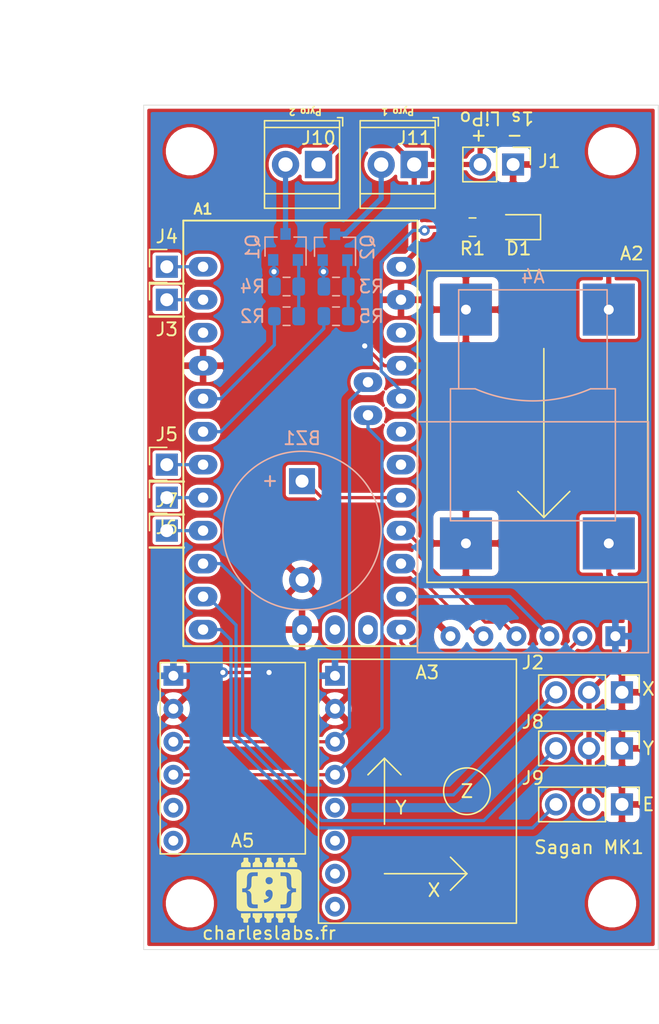
<source format=kicad_pcb>
(kicad_pcb (version 20171130) (host pcbnew 5.1.5-52549c5~84~ubuntu19.04.1)
  (layers (0 F.Cu signal) (31 B.Cu signal) (34 B.Paste user hide) (35 F.Paste user hide) (36 B.SilkS user) (37 F.SilkS user) (38 B.Mask user hide) (39 F.Mask user hide) (44 Edge.Cuts user))
  (net 0 "")
  (net 1 GND)
  (net 2 /I2C_SCL)
  (net 3 /I2C_SDA)
  (net 4 +BATT)
  (net 5 +3V3)
  (net 6 /SPI_CLK)
  (net 7 /SPI_MISO)
  (net 8 /SPI_MOSI)
  (net 9 /SD_CS)
  (net 10 /ServoX)
  (net 11 /ServoY)
  (net 12 +5P)
  (net 13 "Net-(Q1-Pad1)")
  (net 14 "Net-(A1-Pad1)")
  (net 15 "Net-(A1-Pad2)")
  (net 16 "Net-(A1-Pad3)")
  (net 17 "Net-(A1-Pad7)")
  (net 18 "Net-(A1-Pad8)")
  (net 19 /ServoE)
  (net 20 /PYRO1)
  (net 21 "Net-(A1-Pad18)")
  (net 22 "Net-(A1-Pad19)")
  (net 23 "Net-(A1-Pad22)")
  (net 24 "Net-(A1-Pad27)")
  (net 25 "Net-(A1-Pad28)")
  (net 26 "Net-(A5-Pad6)")
  (net 27 "Net-(A5-Pad5)")
  (net 28 /Buzzer)
  (net 29 "Net-(D1-Pad2)")
  (net 30 /LED)
  (net 31 /PYRO2)
  (net 32 "Net-(Q2-Pad1)")
  (net 33 "Net-(A3-Pad8)")
  (net 34 "Net-(A3-Pad7)")
  (net 35 "Net-(A3-Pad6)")
  (net 36 "Net-(A3-Pad5)")
  (net 37 "Net-(J10-Pad2)")
  (net 38 "Net-(J11-Pad2)")
  (net 39 "Net-(A1-Pad9)")
  (module Charleslabs_Parts:Arduino_Pro_Mini_China (layer F.Cu) (at 129.032 49.022)
    (fp_text reference A1 (at 0 -4.445 180) (layer F.SilkS) (effects (font (size 0.8 0.8) (thickness 0.16))))
    (fp_text value Arduino_Pro_Mini hide)
    (pad 1 thru_hole oval (at 0 0 270) (size 1.50114 2.19964) (drill 0.8001) (layers *.Cu *.Mask) (net 14 "Net-(A1-Pad1)"))
    (pad 2 thru_hole oval (at 0 2.54 270) (size 1.50114 2.19964) (drill 0.8001) (layers *.Cu *.Mask) (net 15 "Net-(A1-Pad2)"))
    (pad 3 thru_hole oval (at 0 5.08 270) (size 1.50114 2.19964) (drill 0.8001) (layers *.Cu *.Mask) (net 16 "Net-(A1-Pad3)"))
    (pad 4 thru_hole oval (at 0 7.62 270) (size 1.50114 2.19964) (drill 0.8001) (layers *.Cu *.Mask) (net 1 GND))
    (pad 5 thru_hole oval (at 0 10.16 270) (size 1.50114 2.19964) (drill 0.8001) (layers *.Cu *.Mask) (net 31 /PYRO2))
    (pad 6 thru_hole oval (at 0 12.7 270) (size 1.50114 2.19964) (drill 0.8001) (layers *.Cu *.Mask) (net 20 /PYRO1))
    (pad 7 thru_hole oval (at 0 15.24 270) (size 1.50114 2.19964) (drill 0.8001) (layers *.Cu *.Mask) (net 17 "Net-(A1-Pad7)"))
    (pad 8 thru_hole oval (at 0 17.78 270) (size 1.50114 2.19964) (drill 0.8001) (layers *.Cu *.Mask) (net 18 "Net-(A1-Pad8)"))
    (pad 9 thru_hole oval (at 0 20.32 270) (size 1.50114 2.19964) (drill 0.8001) (layers *.Cu *.Mask) (net 39 "Net-(A1-Pad9)"))
    (pad 10 thru_hole oval (at 0 22.86 270) (size 1.50114 2.19964) (drill 0.8001) (layers *.Cu *.Mask) (net 10 /ServoX))
    (pad 11 thru_hole oval (at 0 25.4 270) (size 1.50114 2.19964) (drill 0.8001) (layers *.Cu *.Mask) (net 11 /ServoY))
    (pad 12 thru_hole oval (at 0 27.94 270) (size 1.50114 2.19964) (drill 0.8001) (layers *.Cu *.Mask) (net 19 /ServoE))
    (pad 13 thru_hole oval (at 15.24 27.94 270) (size 1.50114 2.19964) (drill 0.8001) (layers *.Cu *.Mask) (net 9 /SD_CS))
    (pad 14 thru_hole oval (at 15.24 25.4 270) (size 1.50114 2.19964) (drill 0.8001) (layers *.Cu *.Mask) (net 8 /SPI_MOSI))
    (pad 15 thru_hole oval (at 15.24 22.86 270) (size 1.50114 2.19964) (drill 0.8001) (layers *.Cu *.Mask) (net 7 /SPI_MISO))
    (pad 16 thru_hole oval (at 15.24 20.32 270) (size 1.50114 2.19964) (drill 0.8001) (layers *.Cu *.Mask) (net 6 /SPI_CLK))
    (pad 17 thru_hole oval (at 15.24 17.78 270) (size 1.50114 2.19964) (drill 0.8001) (layers *.Cu *.Mask) (net 28 /Buzzer))
    (pad 18 thru_hole oval (at 15.24 15.24 270) (size 1.50114 2.19964) (drill 0.8001) (layers *.Cu *.Mask) (net 21 "Net-(A1-Pad18)"))
    (pad 19 thru_hole oval (at 15.24 12.7 270) (size 1.50114 2.19964) (drill 0.8001) (layers *.Cu *.Mask) (net 22 "Net-(A1-Pad19)"))
    (pad 20 thru_hole oval (at 15.24 10.16 270) (size 1.50114 2.19964) (drill 0.8001) (layers *.Cu *.Mask) (net 30 /LED))
    (pad 21 thru_hole oval (at 15.24 7.62 270) (size 1.50114 2.19964) (drill 0.8001) (layers *.Cu *.Mask) (net 5 +3V3))
    (pad 22 thru_hole oval (at 15.24 5.08 270) (size 1.50114 2.19964) (drill 0.8001) (layers *.Cu *.Mask) (net 23 "Net-(A1-Pad22)"))
    (pad 23 thru_hole oval (at 15.24 2.54 270) (size 1.50114 2.19964) (drill 0.8001) (layers *.Cu *.Mask) (net 1 GND))
    (pad 24 thru_hole oval (at 15.24 0 270) (size 1.50114 2.19964) (drill 0.8001) (layers *.Cu *.Mask) (net 4 +BATT))
    (pad 25 thru_hole oval (at 12.7 11.43 270) (size 1.50114 2.19964) (drill 0.8001) (layers *.Cu *.Mask) (net 3 /I2C_SDA))
    (pad 26 thru_hole oval (at 12.7 8.89 270) (size 1.50114 2.19964) (drill 0.8001) (layers *.Cu *.Mask) (net 2 /I2C_SCL))
    (pad 27 thru_hole oval (at 12.7 27.94 270) (size 2.19964 1.50114) (drill 0.8001) (layers *.Cu *.Mask) (net 24 "Net-(A1-Pad27)"))
    (pad 28 thru_hole oval (at 10.16 27.94 270) (size 2.19964 1.50114) (drill 0.8001) (layers *.Cu *.Mask) (net 25 "Net-(A1-Pad28)"))
    (pad 29 thru_hole oval (at 7.62 27.94 270) (size 2.19964 1.50114) (drill 0.8001) (layers *.Cu *.Mask) (net 1 GND))
  )
  (module Charleslabs_Parts:Charleslabs_Logo_5mm (layer F.Cu) (at 134.112 97.028)
    (fp_text reference LOGO1 hide)
    (fp_text value Logo_Open_Hardware_Large hide)
  )
  (module Connector_PinHeader_2.54mm:PinHeader_1x01_P2.54mm_Vertical (layer F.Cu) (at 126.238 69.342)
    (fp_text reference J7 (at 0 -2.33) (layer F.SilkS))
    (fp_text value Extra_Pin)
    (pad 1 thru_hole rect (at 0 0) (size 1.7 1.7) (drill 1) (layers *.Cu *.Mask) (net 39 "Net-(A1-Pad9)"))
  )
  (module Resistor_SMD:R_0805_2012Metric (layer B.Cu) (at 139.2705 50.546)
    (fp_text reference R5 (at 2.7155 2.286) (layer B.SilkS) (effects (justify mirror)))
    (fp_text value 10k)
    (pad 2 smd roundrect (at 0.9375 0) (size 0.975 1.4) (layers B.Cu B.Paste B.Mask) (net 32 "Net-(Q2-Pad1)"))
    (pad 1 smd roundrect (at -0.9375 0) (size 0.975 1.4) (layers B.Cu B.Paste B.Mask) (net 1 GND))
  )
  (module Resistor_SMD:R_0805_2012Metric (layer B.Cu) (at 139.2705 52.832 180)
    (fp_text reference R3 (at -2.7155 2.286) (layer B.SilkS) (effects (justify mirror)))
    (fp_text value 100)
    (pad 2 smd roundrect (at 0.9375 0 180) (size 0.975 1.4) (layers B.Cu B.Paste B.Mask) (net 20 /PYRO1))
    (pad 1 smd roundrect (at -0.9375 0 180) (size 0.975 1.4) (layers B.Cu B.Paste B.Mask) (net 32 "Net-(Q2-Pad1)"))
  )
  (module Package_TO_SOT_SMD:SOT-23 (layer B.Cu) (at 139.192 47.514 90)
    (fp_text reference Q2 (at 0 2.5 270) (layer B.SilkS) (effects (justify mirror)))
    (fp_text value Q_NMOS_GSD)
    (pad 3 smd rect (at 1 0 90) (size 0.9 0.8) (layers B.Cu B.Paste B.Mask) (net 38 "Net-(J11-Pad2)"))
    (pad 2 smd rect (at -1 -0.95 90) (size 0.9 0.8) (layers B.Cu B.Paste B.Mask) (net 1 GND))
    (pad 1 smd rect (at -1 0.95 90) (size 0.9 0.8) (layers B.Cu B.Paste B.Mask) (net 32 "Net-(Q2-Pad1)"))
  )
  (module TerminalBlock_TE-Connectivity:TerminalBlock_TE_282834-2_1x02_P2.54mm_Horizontal (layer F.Cu) (at 145.288 41.148 180)
    (fp_text reference J11 (at 0 2.032) (layer F.SilkS))
    (fp_text value PYRO1)
    (pad 2 thru_hole circle (at 2.54 0 180) (size 2.1 2.1) (drill 1.1) (layers *.Cu *.Mask) (net 38 "Net-(J11-Pad2)"))
    (pad 1 thru_hole rect (at 0 0 180) (size 2.1 2.1) (drill 1.1) (layers *.Cu *.Mask) (net 4 +BATT))
  )
  (module Charleslabs_Parts:SD_Card_Module (layer B.Cu) (at 160.782 77.47 90)
    (fp_text reference A4 (at 27.686 -6.35) (layer B.SilkS) (effects (justify mirror)))
    (fp_text value SD_Card_Module)
    (pad 6 thru_hole circle (at 0 -12.7 90) (size 1.524 1.524) (drill 0.762) (layers *.Cu *.Mask) (net 1 GND))
    (pad 5 thru_hole circle (at 0 -10.16 90) (size 1.524 1.524) (drill 0.762) (layers *.Cu *.Mask) (net 7 /SPI_MISO))
    (pad 4 thru_hole circle (at 0 -7.62 90) (size 1.524 1.524) (drill 0.762) (layers *.Cu *.Mask) (net 6 /SPI_CLK))
    (pad 3 thru_hole circle (at 0 -5.08 90) (size 1.524 1.524) (drill 0.762) (layers *.Cu *.Mask) (net 8 /SPI_MOSI))
    (pad 2 thru_hole circle (at 0 -2.54 90) (size 1.524 1.524) (drill 0.762) (layers *.Cu *.Mask) (net 9 /SD_CS))
    (pad 1 thru_hole rect (at 0 0 90) (size 1.524 1.524) (drill 0.762) (layers *.Cu *.Mask) (net 5 +3V3))
  )
  (module Connector_PinHeader_2.54mm:PinHeader_1x01_P2.54mm_Vertical (layer F.Cu) (at 126.238 66.802)
    (fp_text reference J6 (at 0 2.286) (layer F.SilkS))
    (fp_text value Extra_Pin)
    (pad 1 thru_hole rect (at 0 0) (size 1.7 1.7) (drill 1) (layers *.Cu *.Mask) (net 18 "Net-(A1-Pad8)"))
  )
  (module Connector_PinHeader_2.54mm:PinHeader_1x01_P2.54mm_Vertical (layer F.Cu) (at 126.238 64.262)
    (fp_text reference J5 (at 0 -2.33) (layer F.SilkS))
    (fp_text value Extra_Pin)
    (pad 1 thru_hole rect (at 0 0) (size 1.7 1.7) (drill 1) (layers *.Cu *.Mask) (net 17 "Net-(A1-Pad7)"))
  )
  (module Connector_PinHeader_2.54mm:PinHeader_1x01_P2.54mm_Vertical (layer F.Cu) (at 126.238 49.022)
    (fp_text reference J4 (at 0 -2.33) (layer F.SilkS))
    (fp_text value Extra_Pin)
    (pad 1 thru_hole rect (at 0 0) (size 1.7 1.7) (drill 1) (layers *.Cu *.Mask) (net 14 "Net-(A1-Pad1)"))
  )
  (module Connector_PinHeader_2.54mm:PinHeader_1x01_P2.54mm_Vertical (layer F.Cu) (at 126.238 51.562)
    (fp_text reference J3 (at 0 2.286) (layer F.SilkS))
    (fp_text value Extra_Pin)
    (pad 1 thru_hole rect (at 0 0) (size 1.7 1.7) (drill 1) (layers *.Cu *.Mask) (net 15 "Net-(A1-Pad2)"))
  )
  (module Resistor_SMD:R_0805_2012Metric (layer F.Cu) (at 149.7815 45.974 180)
    (fp_text reference R1 (at 0 -1.65) (layer F.SilkS))
    (fp_text value 10k)
    (pad 2 smd roundrect (at 0.9375 0 180) (size 0.975 1.4) (layers F.Cu F.Paste F.Mask) (net 30 /LED))
    (pad 1 smd roundrect (at -0.9375 0 180) (size 0.975 1.4) (layers F.Cu F.Paste F.Mask) (net 29 "Net-(D1-Pad2)"))
  )
  (module MountingHole:MountingHole_3.2mm_M3 (layer F.Cu) (at 160.528 98.044 270)
    (fp_text reference H4)
    (fp_text value MountingHole)
    (pad 1 np_thru_hole circle (at 0 0 270) (size 3.2 3.2) (drill 3.2) (layers *.Cu *.Mask))
  )
  (module MountingHole:MountingHole_3.2mm_M3 (layer F.Cu) (at 160.528 40.132 270)
    (fp_text reference H3)
    (fp_text value MountingHole)
    (pad 1 np_thru_hole circle (at 0 0 270) (size 3.2 3.2) (drill 3.2) (layers *.Cu *.Mask))
  )
  (module MountingHole:MountingHole_3.2mm_M3 (layer F.Cu) (at 128.016 98.044 270)
    (fp_text reference H2)
    (fp_text value MountingHole)
    (pad 1 np_thru_hole circle (at 0 0 270) (size 3.2 3.2) (drill 3.2) (layers *.Cu *.Mask))
  )
  (module MountingHole:MountingHole_3.2mm_M3 (layer F.Cu) (at 128.016 40.132 270)
    (fp_text reference H1)
    (fp_text value MountingHole)
    (pad 1 np_thru_hole circle (at 0 0 270) (size 3.2 3.2) (drill 3.2) (layers *.Cu *.Mask))
  )
  (module LED_SMD:LED_0805_2012Metric (layer F.Cu) (at 153.3375 45.974 180)
    (fp_text reference D1 (at 0 -1.65) (layer F.SilkS))
    (fp_text value LED)
    (pad 2 smd roundrect (at 0.9375 0 180) (size 0.975 1.4) (layers F.Cu F.Paste F.Mask) (net 29 "Net-(D1-Pad2)"))
    (pad 1 smd roundrect (at -0.9375 0 180) (size 0.975 1.4) (layers F.Cu F.Paste F.Mask) (net 1 GND))
  )
  (module Buzzer_Beeper:Buzzer_12x9.5RM7.6 (layer B.Cu) (at 136.652 65.532 270)
    (fp_text reference BZ1 (at -3.302 0) (layer B.SilkS) (effects (justify mirror)))
    (fp_text value Buzzer)
    (fp_text user + (at -0.01 2.54 270) (layer B.SilkS) (effects (justify mirror)))
    (pad 2 thru_hole circle (at 7.6 0 270) (size 2 2) (drill 1) (layers *.Cu *.Mask) (net 1 GND))
    (pad 1 thru_hole rect (at 0 0 270) (size 2 2) (drill 1) (layers *.Cu *.Mask) (net 28 /Buzzer))
  )
  (module Resistor_SMD:R_0805_2012Metric (layer B.Cu) (at 135.4605 50.546)
    (fp_text reference R4 (at -2.6185 0 180) (layer B.SilkS) (effects (justify mirror)))
    (fp_text value 10k)
    (pad 2 smd roundrect (at 0.9375 0) (size 0.975 1.4) (layers B.Cu B.Paste B.Mask) (net 13 "Net-(Q1-Pad1)"))
    (pad 1 smd roundrect (at -0.9375 0) (size 0.975 1.4) (layers B.Cu B.Paste B.Mask) (net 1 GND))
  )
  (module Resistor_SMD:R_0805_2012Metric (layer B.Cu) (at 135.4605 52.832 180)
    (fp_text reference R2 (at 2.6185 0 180) (layer B.SilkS) (effects (justify mirror)))
    (fp_text value 100)
    (pad 2 smd roundrect (at 0.9375 0 180) (size 0.975 1.4) (layers B.Cu B.Paste B.Mask) (net 31 /PYRO2))
    (pad 1 smd roundrect (at -0.9375 0 180) (size 0.975 1.4) (layers B.Cu B.Paste B.Mask) (net 13 "Net-(Q1-Pad1)"))
  )
  (module Package_TO_SOT_SMD:SOT-23 (layer B.Cu) (at 135.382 47.498 90)
    (fp_text reference Q1 (at 0 -2.54 270) (layer B.SilkS) (effects (justify mirror)))
    (fp_text value Q_NMOS_GSD)
    (pad 3 smd rect (at 1 0 90) (size 0.9 0.8) (layers B.Cu B.Paste B.Mask) (net 37 "Net-(J10-Pad2)"))
    (pad 2 smd rect (at -1 -0.95 90) (size 0.9 0.8) (layers B.Cu B.Paste B.Mask) (net 1 GND))
    (pad 1 smd rect (at -1 0.95 90) (size 0.9 0.8) (layers B.Cu B.Paste B.Mask) (net 13 "Net-(Q1-Pad1)"))
  )
  (module Connector_PinHeader_2.54mm:PinHeader_1x02_P2.54mm_Vertical (layer F.Cu) (at 152.908 41.148 270)
    (fp_text reference J1 (at -0.254 -2.794) (layer F.SilkS))
    (fp_text value BATT)
    (pad 2 thru_hole oval (at 0 2.54 270) (size 1.7 1.7) (drill 1) (layers *.Cu *.Mask) (net 4 +BATT))
    (pad 1 thru_hole rect (at 0 0 270) (size 1.7 1.7) (drill 1) (layers *.Cu *.Mask) (net 1 GND))
  )
  (module TerminalBlock_TE-Connectivity:TerminalBlock_TE_282834-2_1x02_P2.54mm_Horizontal (layer F.Cu) (at 137.922 41.148 180)
    (fp_text reference J10 (at 0 2.032) (layer F.SilkS))
    (fp_text value PYRO2)
    (pad 2 thru_hole circle (at 2.54 0 180) (size 2.1 2.1) (drill 1.1) (layers *.Cu *.Mask) (net 37 "Net-(J10-Pad2)"))
    (pad 1 thru_hole rect (at 0 0 180) (size 2.1 2.1) (drill 1.1) (layers *.Cu *.Mask) (net 4 +BATT))
  )
  (module Connector_PinHeader_2.54mm:PinHeader_1x03_P2.54mm_Vertical (layer F.Cu) (at 161.29 90.424 270)
    (fp_text reference J9 (at -2.032 6.858 180) (layer F.SilkS))
    (fp_text value ServoE)
    (pad 3 thru_hole oval (at 0 5.08 270) (size 1.7 1.7) (drill 1) (layers *.Cu *.Mask) (net 19 /ServoE))
    (pad 2 thru_hole oval (at 0 2.54 270) (size 1.7 1.7) (drill 1) (layers *.Cu *.Mask) (net 12 +5P))
    (pad 1 thru_hole rect (at 0 0 270) (size 1.7 1.7) (drill 1) (layers *.Cu *.Mask) (net 1 GND))
  )
  (module Connector_PinHeader_2.54mm:PinHeader_1x03_P2.54mm_Vertical (layer F.Cu) (at 161.29 86.106 270)
    (fp_text reference J8 (at -2.032 6.858) (layer F.SilkS))
    (fp_text value ServoY)
    (pad 3 thru_hole oval (at 0 5.08 270) (size 1.7 1.7) (drill 1) (layers *.Cu *.Mask) (net 11 /ServoY))
    (pad 2 thru_hole oval (at 0 2.54 270) (size 1.7 1.7) (drill 1) (layers *.Cu *.Mask) (net 12 +5P))
    (pad 1 thru_hole rect (at 0 0 270) (size 1.7 1.7) (drill 1) (layers *.Cu *.Mask) (net 1 GND))
  )
  (module Connector_PinHeader_2.54mm:PinHeader_1x03_P2.54mm_Vertical (layer F.Cu) (at 161.29 81.788 270)
    (fp_text reference J2 (at -2.286 6.858 180) (layer F.SilkS))
    (fp_text value ServoX)
    (pad 3 thru_hole oval (at 0 5.08 270) (size 1.7 1.7) (drill 1) (layers *.Cu *.Mask) (net 10 /ServoX))
    (pad 2 thru_hole oval (at 0 2.54 270) (size 1.7 1.7) (drill 1) (layers *.Cu *.Mask) (net 12 +5P))
    (pad 1 thru_hole rect (at 0 0 270) (size 1.7 1.7) (drill 1) (layers *.Cu *.Mask) (net 1 GND))
  )
  (module Charleslabs_Parts:BMP280_Module (layer F.Cu) (at 126.746 80.518)
    (fp_text reference A5 (at 5.334 12.7) (layer F.SilkS))
    (fp_text value BMP280_Module)
    (pad 6 thru_hole circle (at 0 12.7) (size 1.524 1.524) (drill 0.762) (layers *.Cu *.Mask) (net 26 "Net-(A5-Pad6)"))
    (pad 5 thru_hole circle (at 0 10.16) (size 1.524 1.524) (drill 0.762) (layers *.Cu *.Mask) (net 27 "Net-(A5-Pad5)"))
    (pad 4 thru_hole circle (at 0 7.62) (size 1.524 1.524) (drill 0.762) (layers *.Cu *.Mask) (net 3 /I2C_SDA))
    (pad 3 thru_hole circle (at 0 5.08) (size 1.524 1.524) (drill 0.762) (layers *.Cu *.Mask) (net 2 /I2C_SCL))
    (pad 2 thru_hole circle (at 0 2.54) (size 1.524 1.524) (drill 0.762) (layers *.Cu *.Mask) (net 1 GND))
    (pad 1 thru_hole rect (at 0 0) (size 1.524 1.524) (drill 0.762) (layers *.Cu *.Mask) (net 5 +3V3))
  )
  (module Charleslabs_Parts:MPU6050_Module (layer F.Cu) (at 139.192 80.518)
    (fp_text reference A3 (at 7.112 -0.254) (layer F.SilkS))
    (fp_text value MPU6050_Module)
    (fp_text user Z (at 10.16 8.89) (layer F.SilkS))
    (fp_text user Y (at 5.08 10.16) (layer F.SilkS))
    (fp_text user X (at 7.62 16.51) (layer F.SilkS))
    (pad 8 thru_hole circle (at 0 17.78) (size 1.524 1.524) (drill 0.762) (layers *.Cu *.Mask) (net 33 "Net-(A3-Pad8)"))
    (pad 7 thru_hole circle (at 0 15.24) (size 1.524 1.524) (drill 0.762) (layers *.Cu *.Mask) (net 34 "Net-(A3-Pad7)"))
    (pad 6 thru_hole circle (at 0 12.7) (size 1.524 1.524) (drill 0.762) (layers *.Cu *.Mask) (net 35 "Net-(A3-Pad6)"))
    (pad 5 thru_hole circle (at 0 10.16) (size 1.524 1.524) (drill 0.762) (layers *.Cu *.Mask) (net 36 "Net-(A3-Pad5)"))
    (pad 4 thru_hole circle (at 0 7.62) (size 1.524 1.524) (drill 0.762) (layers *.Cu *.Mask) (net 3 /I2C_SDA))
    (pad 3 thru_hole circle (at 0 5.08) (size 1.524 1.524) (drill 0.762) (layers *.Cu *.Mask) (net 2 /I2C_SCL))
    (pad 2 thru_hole circle (at 0 2.54) (size 1.524 1.524) (drill 0.762) (layers *.Cu *.Mask) (net 1 GND))
    (pad 1 thru_hole rect (at 0 0) (size 1.524 1.524) (drill 0.762) (layers *.Cu *.Mask) (net 5 +3V3))
  )
  (module Charleslabs_Parts:SX1308_Boost_Module (layer F.Cu) (at 160.226 52.372 270)
    (fp_text reference A2 (at -4.366 -1.826 180) (layer F.SilkS))
    (fp_text value SX1308_Boost_Module)
    (pad 4 thru_hole rect (at 17.952 10.952 270) (size 4 4) (drill 0.762) (layers *.Cu *.Mask) (net 1 GND))
    (pad 3 thru_hole rect (at 17.952 -0.048 270) (size 4 4) (drill 0.762) (layers *.Cu *.Mask) (net 12 +5P))
    (pad 2 thru_hole rect (at -0.048 10.952 270) (size 4 4) (drill 0.762) (layers *.Cu *.Mask) (net 1 GND))
    (pad 1 thru_hole rect (at -0.048 -0.048 270) (size 4 4) (drill 0.762) (layers *.Cu *.Mask) (net 4 +BATT))
  )
  (gr_text "Pyro 2" (at 136.906 37.084 180) (layer F.SilkS) (effects (font (size 0.5 0.5) (thickness 0.125))))
  (gr_text "Pyro 1" (at 144.018 37.084 180) (layer F.SilkS) (effects (font (size 0.5 0.5) (thickness 0.125))))
  (gr_text "1s LiPo" (at 151.638 37.592 180) (layer F.SilkS) (effects (font (size 1 1))))
  (gr_text "+  -" (at 151.638 38.862) (layer F.SilkS) (effects (font (size 1 1))))
  (gr_text E (at 163.322 90.424) (layer F.SilkS) (effects (font (size 1 1))))
  (gr_text Y (at 163.322 86.106) (layer F.SilkS) (effects (font (size 1 1))))
  (gr_text X (at 163.322 81.534) (layer F.SilkS) (effects (font (size 1 1))))
  (gr_text "Sagan MK1" (at 158.75 93.726) (layer F.SilkS) (effects (font (size 1 1))))
  (gr_text charleslabs.fr (at 134.112 100.33) (layer F.SilkS) (effects (font (size 1 1))))
  (gr_line (start 164.084 101.6) (end 164.084 36.576) (layer Edge.Cuts) (width 0.05))
  (gr_line (start 124.46 101.6) (end 164.084 101.6) (layer Edge.Cuts) (width 0.05))
  (gr_line (start 124.46 36.576) (end 124.46 101.6) (layer Edge.Cuts) (width 0.05))
  (gr_line (start 164.084 36.576) (end 124.46 36.576) (layer Edge.Cuts) (width 0.05))
  (via (at 138.303 49.403) (size 0.8) (drill 0.4) (layers F.Cu B.Cu) (net 1))
  (via (at 134.493 49.403) (size 0.8) (drill 0.4) (layers F.Cu B.Cu) (net 1))
  (segment (start 138.242 49.342) (end 138.303 49.403) (width 0.25) (layer B.Cu) (net 1))
  (segment (start 138.242 48.514) (end 138.242 49.342) (width 0.25) (layer B.Cu) (net 1))
  (segment (start 138.303 50.516) (end 138.333 50.546) (width 0.25) (layer B.Cu) (net 1))
  (segment (start 138.303 49.403) (end 138.303 50.516) (width 0.25) (layer B.Cu) (net 1))
  (segment (start 134.493 50.516) (end 134.523 50.546) (width 0.25) (layer B.Cu) (net 1))
  (segment (start 134.493 49.403) (end 134.493 50.516) (width 0.25) (layer B.Cu) (net 1))
  (segment (start 134.493 48.559) (end 134.432 48.498) (width 0.25) (layer B.Cu) (net 1))
  (segment (start 134.493 49.403) (end 134.493 48.559) (width 0.25) (layer B.Cu) (net 1))
  (segment (start 126.746 85.598) (end 139.192 85.598) (width 0.25) (layer F.Cu) (net 2))
  (segment (start 140.30717 84.48283) (end 140.30717 59.33683) (width 0.25) (layer B.Cu) (net 2))
  (segment (start 139.192 85.598) (end 140.30717 84.48283) (width 0.25) (layer B.Cu) (net 2))
  (segment (start 140.30717 59.33683) (end 141.732 57.912) (width 0.25) (layer B.Cu) (net 2))
  (segment (start 139.192 88.138) (end 126.746 88.138) (width 0.25) (layer F.Cu) (net 3))
  (segment (start 139.953999 87.376001) (end 139.192 88.138) (width 0.25) (layer B.Cu) (net 3))
  (segment (start 142.80758 84.52242) (end 139.953999 87.376001) (width 0.25) (layer B.Cu) (net 3))
  (segment (start 142.80758 62.52815) (end 142.80758 84.52242) (width 0.25) (layer B.Cu) (net 3))
  (segment (start 141.732 61.45257) (end 142.80758 62.52815) (width 0.25) (layer B.Cu) (net 3))
  (segment (start 141.732 60.452) (end 141.732 61.45257) (width 0.25) (layer B.Cu) (net 3))
  (segment (start 143.837999 39.697999) (end 145.288 41.148) (width 0.4) (layer F.Cu) (net 4))
  (segment (start 137.922 41.148) (end 139.372001 39.697999) (width 0.4) (layer F.Cu) (net 4))
  (segment (start 139.372001 39.697999) (end 143.837999 39.697999) (width 0.4) (layer F.Cu) (net 4))
  (segment (start 146.738 41.148) (end 150.368 41.148) (width 0.4) (layer F.Cu) (net 4))
  (segment (start 145.288 41.148) (end 146.738 41.148) (width 0.4) (layer F.Cu) (net 4))
  (segment (start 144.272 49.022) (end 145.288 48.006) (width 0.4) (layer F.Cu) (net 4))
  (segment (start 145.288 48.006) (end 145.288 41.148) (width 0.4) (layer F.Cu) (net 4))
  (segment (start 150.368 39.945919) (end 150.943919 39.37) (width 0.4) (layer F.Cu) (net 4))
  (segment (start 150.368 41.148) (end 150.368 39.945919) (width 0.4) (layer F.Cu) (net 4))
  (segment (start 150.943919 39.37) (end 154.94 39.37) (width 0.4) (layer F.Cu) (net 4))
  (segment (start 154.94 39.37) (end 160.274 44.704) (width 0.4) (layer F.Cu) (net 4))
  (segment (start 160.274 44.704) (end 160.274 52.324) (width 0.4) (layer F.Cu) (net 4))
  (via (at 130.556 80.264) (size 0.8) (drill 0.4) (layers F.Cu B.Cu) (net 5))
  (via (at 134.112 80.264) (size 0.8) (drill 0.4) (layers F.Cu B.Cu) (net 5))
  (segment (start 134.112 80.264) (end 130.556 80.264) (width 0.25) (layer F.Cu) (net 5))
  (via (at 141.478 55.118) (size 0.8) (drill 0.4) (layers F.Cu B.Cu) (net 5))
  (segment (start 143.002 56.642) (end 144.272 56.642) (width 0.25) (layer F.Cu) (net 5))
  (segment (start 141.478 55.118) (end 143.002 56.642) (width 0.25) (layer F.Cu) (net 5))
  (segment (start 152.400001 76.708001) (end 153.162 77.47) (width 0.25) (layer F.Cu) (net 6))
  (segment (start 152.074999 76.382999) (end 152.400001 76.708001) (width 0.25) (layer F.Cu) (net 6))
  (segment (start 145.62182 71.256822) (end 150.747997 76.382999) (width 0.25) (layer F.Cu) (net 6))
  (segment (start 145.62182 70.34257) (end 145.62182 71.256822) (width 0.25) (layer F.Cu) (net 6))
  (segment (start 150.747997 76.382999) (end 152.074999 76.382999) (width 0.25) (layer F.Cu) (net 6))
  (segment (start 144.62125 69.342) (end 145.62182 70.34257) (width 0.25) (layer F.Cu) (net 6))
  (segment (start 144.272 69.342) (end 144.62125 69.342) (width 0.25) (layer F.Cu) (net 6))
  (segment (start 150.20925 77.47) (end 150.622 77.47) (width 0.25) (layer F.Cu) (net 7))
  (segment (start 144.62125 71.882) (end 150.20925 77.47) (width 0.25) (layer F.Cu) (net 7))
  (segment (start 144.272 71.882) (end 144.62125 71.882) (width 0.25) (layer F.Cu) (net 7))
  (segment (start 152.654 74.422) (end 155.702 77.47) (width 0.25) (layer B.Cu) (net 8))
  (segment (start 144.272 74.422) (end 152.654 74.422) (width 0.25) (layer B.Cu) (net 8))
  (segment (start 144.272 77.96257) (end 144.272 76.962) (width 0.25) (layer F.Cu) (net 9))
  (segment (start 144.866431 78.557001) (end 144.272 77.96257) (width 0.25) (layer F.Cu) (net 9))
  (segment (start 157.154999 78.557001) (end 144.866431 78.557001) (width 0.25) (layer F.Cu) (net 9))
  (segment (start 158.242 77.47) (end 157.154999 78.557001) (width 0.25) (layer F.Cu) (net 9))
  (segment (start 130.38182 71.882) (end 132.08 73.58018) (width 0.25) (layer B.Cu) (net 10))
  (segment (start 129.032 71.882) (end 130.38182 71.882) (width 0.25) (layer B.Cu) (net 10))
  (segment (start 132.08 73.58018) (end 132.08 84.836) (width 0.25) (layer B.Cu) (net 10))
  (segment (start 155.360001 82.637999) (end 156.21 81.788) (width 0.25) (layer B.Cu) (net 10))
  (segment (start 136.934999 89.690999) (end 148.307001 89.690999) (width 0.25) (layer B.Cu) (net 10))
  (segment (start 148.307001 89.690999) (end 155.360001 82.637999) (width 0.25) (layer B.Cu) (net 10))
  (segment (start 132.08 84.836) (end 136.934999 89.690999) (width 0.25) (layer B.Cu) (net 10))
  (segment (start 129.38125 74.422) (end 131.572 76.61275) (width 0.25) (layer B.Cu) (net 11))
  (segment (start 129.032 74.422) (end 129.38125 74.422) (width 0.25) (layer B.Cu) (net 11))
  (segment (start 131.572 76.61275) (end 131.572 85.09) (width 0.25) (layer B.Cu) (net 11))
  (segment (start 138.147001 91.665001) (end 150.650999 91.665001) (width 0.25) (layer B.Cu) (net 11))
  (segment (start 155.360001 86.955999) (end 156.21 86.106) (width 0.25) (layer B.Cu) (net 11))
  (segment (start 150.650999 91.665001) (end 155.360001 86.955999) (width 0.25) (layer B.Cu) (net 11))
  (segment (start 131.572 85.09) (end 138.147001 91.665001) (width 0.25) (layer B.Cu) (net 11))
  (segment (start 159.599999 80.938001) (end 158.75 81.788) (width 0.4) (layer F.Cu) (net 12))
  (segment (start 161.944001 78.593999) (end 159.599999 80.938001) (width 0.4) (layer F.Cu) (net 12))
  (segment (start 161.944001 74.394001) (end 161.944001 78.593999) (width 0.4) (layer F.Cu) (net 12))
  (segment (start 160.274 72.724) (end 161.944001 74.394001) (width 0.4) (layer F.Cu) (net 12))
  (segment (start 160.274 70.324) (end 160.274 72.724) (width 0.4) (layer F.Cu) (net 12))
  (segment (start 158.75 82.990081) (end 158.75 86.106) (width 0.4) (layer F.Cu) (net 12))
  (segment (start 158.75 81.788) (end 158.75 82.990081) (width 0.4) (layer F.Cu) (net 12))
  (segment (start 158.75 87.308081) (end 158.75 90.424) (width 0.4) (layer F.Cu) (net 12))
  (segment (start 158.75 86.106) (end 158.75 87.308081) (width 0.4) (layer F.Cu) (net 12))
  (segment (start 136.398 48.564) (end 136.332 48.498) (width 0.25) (layer B.Cu) (net 13))
  (segment (start 136.398 50.546) (end 136.398 48.564) (width 0.25) (layer B.Cu) (net 13))
  (segment (start 136.398 50.546) (end 136.398 52.832) (width 0.25) (layer B.Cu) (net 13))
  (segment (start 129.032 49.022) (end 126.238 49.022) (width 0.25) (layer B.Cu) (net 14))
  (segment (start 127.338 51.562) (end 129.032 51.562) (width 0.25) (layer B.Cu) (net 15))
  (segment (start 126.238 51.562) (end 127.338 51.562) (width 0.25) (layer B.Cu) (net 15))
  (segment (start 126.238 64.262) (end 129.032 64.262) (width 0.25) (layer B.Cu) (net 17))
  (segment (start 129.032 66.802) (end 126.238 66.802) (width 0.25) (layer B.Cu) (net 18))
  (segment (start 131.181001 77.761181) (end 131.181001 85.480999) (width 0.25) (layer B.Cu) (net 19))
  (segment (start 129.032 76.962) (end 130.38182 76.962) (width 0.25) (layer B.Cu) (net 19))
  (segment (start 130.38182 76.962) (end 131.181001 77.761181) (width 0.25) (layer B.Cu) (net 19))
  (segment (start 154.403001 92.230999) (end 155.360001 91.273999) (width 0.25) (layer B.Cu) (net 19))
  (segment (start 137.931001 92.230999) (end 154.403001 92.230999) (width 0.25) (layer B.Cu) (net 19))
  (segment (start 155.360001 91.273999) (end 156.21 90.424) (width 0.25) (layer B.Cu) (net 19))
  (segment (start 131.181001 85.480999) (end 137.931001 92.230999) (width 0.25) (layer B.Cu) (net 19))
  (segment (start 130.38182 61.722) (end 138.333 53.77082) (width 0.25) (layer B.Cu) (net 20))
  (segment (start 138.333 53.532) (end 138.333 52.832) (width 0.25) (layer B.Cu) (net 20))
  (segment (start 138.333 53.77082) (end 138.333 53.532) (width 0.25) (layer B.Cu) (net 20))
  (segment (start 129.032 61.722) (end 130.38182 61.722) (width 0.25) (layer B.Cu) (net 20))
  (segment (start 144.272 66.802) (end 138.176 66.802) (width 0.25) (layer F.Cu) (net 28))
  (segment (start 136.906 65.532) (end 136.652 65.532) (width 0.25) (layer F.Cu) (net 28))
  (segment (start 138.176 66.802) (end 136.906 65.532) (width 0.25) (layer F.Cu) (net 28))
  (segment (start 152.4 45.974) (end 150.719 45.974) (width 0.25) (layer F.Cu) (net 29))
  (segment (start 142.748 48.675651) (end 142.748 57.057651) (width 0.25) (layer B.Cu) (net 30))
  (segment (start 145.195651 46.228) (end 142.748 48.675651) (width 0.25) (layer B.Cu) (net 30))
  (via (at 146.088 46.228) (size 0.8) (drill 0.4) (layers F.Cu B.Cu) (net 30))
  (segment (start 144.272 58.581651) (end 144.272 59.182) (width 0.25) (layer B.Cu) (net 30))
  (segment (start 146.088 46.228) (end 145.195651 46.228) (width 0.25) (layer B.Cu) (net 30))
  (segment (start 142.748 57.057651) (end 144.272 58.581651) (width 0.25) (layer B.Cu) (net 30))
  (segment (start 146.342 45.974) (end 146.088 46.228) (width 0.25) (layer F.Cu) (net 30))
  (segment (start 148.844 45.974) (end 146.342 45.974) (width 0.25) (layer F.Cu) (net 30))
  (segment (start 134.523 55.04082) (end 130.38182 59.182) (width 0.25) (layer B.Cu) (net 31))
  (segment (start 130.38182 59.182) (end 129.032 59.182) (width 0.25) (layer B.Cu) (net 31))
  (segment (start 134.523 52.832) (end 134.523 55.04082) (width 0.25) (layer B.Cu) (net 31))
  (segment (start 140.208 52.832) (end 140.208 50.546) (width 0.25) (layer B.Cu) (net 32))
  (segment (start 140.208 48.58) (end 140.142 48.514) (width 0.25) (layer B.Cu) (net 32))
  (segment (start 140.208 50.546) (end 140.208 48.58) (width 0.25) (layer B.Cu) (net 32))
  (segment (start 135.382 41.148) (end 135.382 46.498) (width 0.4) (layer B.Cu) (net 37))
  (segment (start 142.748 43.758) (end 142.748 42.632924) (width 0.4) (layer B.Cu) (net 38))
  (segment (start 142.748 42.632924) (end 142.748 41.148) (width 0.4) (layer B.Cu) (net 38))
  (segment (start 139.992 46.514) (end 142.748 43.758) (width 0.4) (layer B.Cu) (net 38))
  (segment (start 139.192 46.514) (end 139.992 46.514) (width 0.4) (layer B.Cu) (net 38))
  (segment (start 128.537012 69.342) (end 128.784506 69.589494) (width 0.25) (layer B.Cu) (net 39))
  (segment (start 126.238 69.342) (end 128.537012 69.342) (width 0.25) (layer B.Cu) (net 39))
  (zone (net 1) (net_name GND) (layer F.Cu) (connect_pads (clearance 0.25)) (min_thickness 0.254) (fill yes (arc_segments 32) (thermal_gap 0.508) (thermal_bridge_width 0.508))
    (polygon (pts (xy 124.46 36.576) (xy 164.084 36.576) (xy 164.084 101.6) (xy 124.46 101.6)))
  )
  (zone (net 5) (net_name +3V3) (layer B.Cu) (connect_pads (clearance 0.508)) (min_thickness 0.254) (fill yes (arc_segments 32) (thermal_gap 0.508) (thermal_bridge_width 0.508))
    (polygon (pts (xy 164.084 101.6) (xy 124.46 101.6) (xy 124.46 36.576) (xy 164.084 36.576)))
  )
)
</source>
